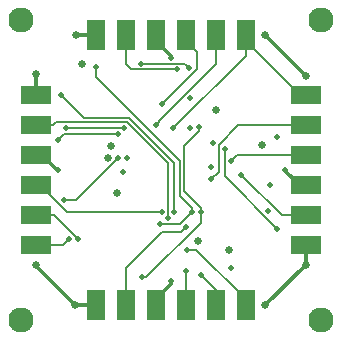
<source format=gbr>
G04 #@! TF.FileFunction,Copper,L4,Bot,Signal*
%FSLAX46Y46*%
G04 Gerber Fmt 4.6, Leading zero omitted, Abs format (unit mm)*
G04 Created by KiCad (PCBNEW 4.0.0-rc1-stable) date 10/19/2015 11:16:30 PM*
%MOMM*%
G01*
G04 APERTURE LIST*
%ADD10C,0.100000*%
%ADD11C,2.130000*%
%ADD12R,1.524000X2.540000*%
%ADD13R,2.540000X1.524000*%
%ADD14C,0.635000*%
%ADD15C,0.508000*%
%ADD16C,0.304800*%
%ADD17C,0.152400*%
G04 APERTURE END LIST*
D10*
D11*
X127000000Y-127000000D03*
X152400000Y-127000000D03*
X152400000Y-101600000D03*
X127000000Y-101600000D03*
D12*
X146050000Y-125730000D03*
X143510000Y-125730000D03*
X140970000Y-125730000D03*
X138430000Y-125730000D03*
X135890000Y-125730000D03*
X133350000Y-125730000D03*
X133350000Y-102870000D03*
X135890000Y-102870000D03*
X138430000Y-102870000D03*
X140970000Y-102870000D03*
X143510000Y-102870000D03*
X146050000Y-102870000D03*
D13*
X151130000Y-107950000D03*
X151130000Y-110490000D03*
X151130000Y-113030000D03*
X151130000Y-115570000D03*
X151130000Y-118110000D03*
X151130000Y-120650000D03*
X128270000Y-120650000D03*
X128270000Y-118110000D03*
X128270000Y-115570000D03*
X128270000Y-113030000D03*
X128270000Y-110490000D03*
X128270000Y-107950000D03*
D14*
X135128000Y-116205000D03*
X143510000Y-109220006D03*
X132207000Y-105283000D03*
X134620000Y-112268000D03*
D15*
X135636000Y-114452420D03*
X136017000Y-113284000D03*
X139700000Y-104775004D03*
X130175000Y-114299998D03*
X139699998Y-123698000D03*
D14*
X141986006Y-120269000D03*
X134366000Y-113284000D03*
D15*
X149352000Y-114299998D03*
X143129000Y-114046000D03*
D14*
X144653000Y-121031000D03*
X147447000Y-112141000D03*
D15*
X142125587Y-110614483D03*
X142240000Y-117856000D03*
X137287000Y-123317000D03*
X130174990Y-111760000D03*
X135255000Y-111252000D03*
X135255000Y-113284000D03*
X130683000Y-116840000D03*
X131064000Y-120142000D03*
X131839539Y-120139666D03*
X138938000Y-117856000D03*
X139446000Y-118364000D03*
X130429004Y-107950000D03*
X139954000Y-117856000D03*
X141327236Y-108180236D03*
X140970000Y-119126000D03*
X141478000Y-117856000D03*
X133350000Y-105537000D03*
X138811000Y-118872000D03*
X143129000Y-115062000D03*
X144780000Y-113538000D03*
X145669000Y-114680998D03*
X144272000Y-112522000D03*
X148717000Y-119253000D03*
X147955000Y-117729000D03*
X143256000Y-112014000D03*
X148082000Y-115569998D03*
X141350998Y-110744000D03*
X144780000Y-122555000D03*
X148717000Y-111506000D03*
X141097000Y-121031000D03*
X139932610Y-110744000D03*
X130810000Y-110744000D03*
X135763000Y-110744000D03*
D14*
X147700988Y-102870000D03*
X151130000Y-106299000D03*
X128270000Y-106172000D03*
X131699000Y-102870000D03*
X128270000Y-122301000D03*
X131572000Y-125730000D03*
X147701000Y-125730000D03*
X151130000Y-122301000D03*
D15*
X141223986Y-105664000D03*
X137160000Y-105283000D03*
X140208000Y-105765610D03*
X142240000Y-123190000D03*
X138938000Y-108712000D03*
X140970000Y-122809000D03*
X138430000Y-110490010D03*
D16*
X139699998Y-104775006D02*
X139700000Y-104775004D01*
X139700000Y-104648000D02*
X139700000Y-104775004D01*
X138430000Y-103378000D02*
X139700000Y-104648000D01*
X138430000Y-102870000D02*
X138430000Y-103378000D01*
X130047998Y-114299998D02*
X130175000Y-114299998D01*
X128778000Y-113030000D02*
X130047998Y-114299998D01*
X128270000Y-113030000D02*
X128778000Y-113030000D01*
X139699998Y-123952002D02*
X139699998Y-123698000D01*
X138430000Y-125730000D02*
X138430000Y-125222000D01*
X138430000Y-125222000D02*
X139699998Y-123952002D01*
X149555200Y-114503198D02*
X149352000Y-114299998D01*
X150622000Y-115570000D02*
X149555200Y-114503198D01*
X151130000Y-115570000D02*
X150622000Y-115570000D01*
D17*
X142163507Y-117398507D02*
X140843000Y-116078000D01*
X142240000Y-117856000D02*
X142240000Y-117496790D01*
X142240000Y-117496790D02*
X142163507Y-117420297D01*
X142163507Y-117420297D02*
X142163507Y-117398507D01*
X142240000Y-118215210D02*
X142240000Y-117856000D01*
X137287000Y-123317000D02*
X137646210Y-123317000D01*
X137646210Y-123317000D02*
X142240000Y-118723210D01*
X142240000Y-118723210D02*
X142240000Y-118215210D01*
X140843000Y-116078000D02*
X140843000Y-112256280D01*
X140843000Y-112256280D02*
X142125587Y-110973693D01*
X142125587Y-110973693D02*
X142125587Y-110614483D01*
X135255000Y-111252000D02*
X130683000Y-111252000D01*
X130683000Y-111252000D02*
X130175000Y-111760000D01*
X130175000Y-111760000D02*
X130174990Y-111760000D01*
X135255000Y-113284000D02*
X131699000Y-116840000D01*
X131699000Y-116840000D02*
X130683000Y-116840000D01*
X130810001Y-120395999D02*
X131064000Y-120142000D01*
X128270000Y-120650000D02*
X130556000Y-120650000D01*
X130556000Y-120650000D02*
X130810001Y-120395999D01*
X128270000Y-118110000D02*
X129794000Y-118110000D01*
X129794000Y-118110000D02*
X131823666Y-120139666D01*
X131823666Y-120139666D02*
X131839539Y-120139666D01*
X128270000Y-115570000D02*
X128651000Y-115570000D01*
X128651000Y-115570000D02*
X130937000Y-117856000D01*
X130937000Y-117856000D02*
X138938000Y-117856000D01*
X128270000Y-110490000D02*
X129692400Y-110490000D01*
X129692400Y-110490000D02*
X129946400Y-110236000D01*
X136017000Y-110236000D02*
X139446000Y-113665000D01*
X129946400Y-110236000D02*
X136017000Y-110236000D01*
X139446000Y-113665000D02*
X139446000Y-118004790D01*
X139446000Y-118004790D02*
X139446000Y-118364000D01*
X139954000Y-117856000D02*
X139954000Y-113665000D01*
X139954000Y-113665000D02*
X136144000Y-109855000D01*
X136144000Y-109855000D02*
X132334004Y-109855000D01*
X132334004Y-109855000D02*
X130683003Y-108203999D01*
X130683003Y-108203999D02*
X130429004Y-107950000D01*
X135890000Y-125730000D02*
X135890000Y-122555000D01*
X135890000Y-122555000D02*
X138938000Y-119507000D01*
X138938000Y-119507000D02*
X140589000Y-119507000D01*
X140589000Y-119507000D02*
X140970000Y-119126000D01*
X133350000Y-105537000D02*
X133350000Y-106426000D01*
X133350000Y-106426000D02*
X140462000Y-113538000D01*
X140462000Y-113538000D02*
X140462000Y-116480790D01*
X140462000Y-116480790D02*
X141478000Y-117496790D01*
X141478000Y-117496790D02*
X141478000Y-117856000D01*
X141224001Y-118109999D02*
X141478000Y-117856000D01*
X140462000Y-118872000D02*
X141224001Y-118109999D01*
X138811000Y-118872000D02*
X140462000Y-118872000D01*
X143129000Y-115062000D02*
X143764000Y-114427000D01*
X143764000Y-114427000D02*
X143764000Y-112141000D01*
X143764000Y-112141000D02*
X145415000Y-110490000D01*
X145415000Y-110490000D02*
X147701000Y-110490000D01*
X147701000Y-110490000D02*
X151130000Y-110490000D01*
X145033999Y-113284001D02*
X144780000Y-113538000D01*
X145288000Y-113030000D02*
X145033999Y-113284001D01*
X151130000Y-113030000D02*
X145288000Y-113030000D01*
X145922999Y-114934997D02*
X145669000Y-114680998D01*
X149098002Y-118110000D02*
X145922999Y-114934997D01*
X151130000Y-118110000D02*
X149098002Y-118110000D01*
X144272000Y-114808000D02*
X144272000Y-112881210D01*
X148717000Y-119253000D02*
X144272000Y-114808000D01*
X144272000Y-112881210D02*
X144272000Y-112522000D01*
X146050000Y-125730000D02*
X146050000Y-125222000D01*
X146050000Y-125222000D02*
X141859000Y-121031000D01*
X141859000Y-121031000D02*
X141456210Y-121031000D01*
X141456210Y-121031000D02*
X141097000Y-121031000D01*
X146050000Y-102870000D02*
X146050000Y-104626610D01*
X146050000Y-104626610D02*
X139932610Y-110744000D01*
X151130000Y-107950000D02*
X150622000Y-107950000D01*
X150622000Y-107950000D02*
X146050000Y-103378000D01*
X146050000Y-103378000D02*
X146050000Y-102870000D01*
X135763000Y-110744000D02*
X130810000Y-110744000D01*
D16*
X147701000Y-102870000D02*
X147700988Y-102870000D01*
X151130000Y-106299000D02*
X147701000Y-102870000D01*
X131572000Y-125730000D02*
X128270000Y-122428000D01*
X128270000Y-122428000D02*
X128270000Y-122301000D01*
X151130000Y-122301000D02*
X147701000Y-125730000D01*
X128270000Y-107950000D02*
X128270000Y-106172000D01*
X133350000Y-102870000D02*
X131699000Y-102870000D01*
X133350000Y-125730000D02*
X131572000Y-125730000D01*
X151130000Y-120650000D02*
X151130000Y-122301000D01*
D17*
X140969987Y-105410001D02*
X141223986Y-105664000D01*
X137160000Y-105283000D02*
X140842986Y-105283000D01*
X140842986Y-105283000D02*
X140969987Y-105410001D01*
X140208000Y-105765610D02*
X136372610Y-105765610D01*
X136372610Y-105765610D02*
X135890000Y-105283000D01*
X135890000Y-105283000D02*
X135890000Y-102870000D01*
X143510000Y-125730000D02*
X143510000Y-124460000D01*
X143510000Y-124460000D02*
X142240000Y-123190000D01*
X140970000Y-102870000D02*
X140970000Y-103378000D01*
X141884400Y-104292400D02*
X141884400Y-105765600D01*
X140970000Y-103378000D02*
X141884400Y-104292400D01*
X141884400Y-105765600D02*
X138938000Y-108712000D01*
X138683999Y-110236011D02*
X138430000Y-110490010D01*
X138683999Y-110109223D02*
X138683999Y-110236011D01*
X143510000Y-102870000D02*
X143510000Y-105283222D01*
X143510000Y-105283222D02*
X138683999Y-110109223D01*
X140970000Y-125730000D02*
X140970000Y-122809000D01*
M02*

</source>
